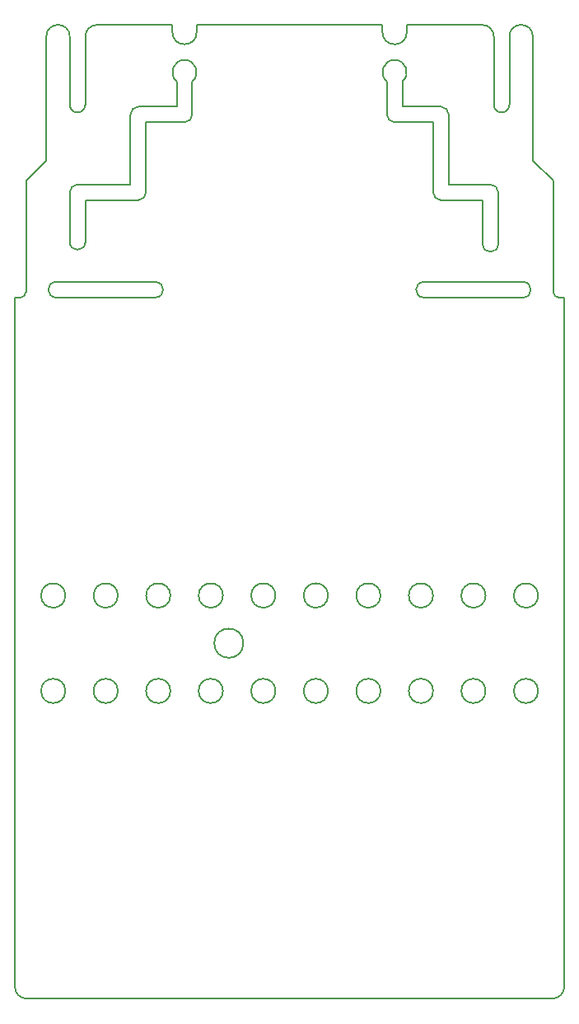
<source format=gbr>
%TF.GenerationSoftware,KiCad,Pcbnew,(5.1.9)-1*%
%TF.CreationDate,2021-05-23T19:58:22+02:00*%
%TF.ProjectId,DifferentialProbe,44696666-6572-4656-9e74-69616c50726f,rev?*%
%TF.SameCoordinates,Original*%
%TF.FileFunction,Profile,NP*%
%FSLAX46Y46*%
G04 Gerber Fmt 4.6, Leading zero omitted, Abs format (unit mm)*
G04 Created by KiCad (PCBNEW (5.1.9)-1) date 2021-05-23 19:58:22*
%MOMM*%
%LPD*%
G01*
G04 APERTURE LIST*
%TA.AperFunction,Profile*%
%ADD10C,0.200000*%
%TD*%
G04 APERTURE END LIST*
D10*
X127260000Y-45880000D02*
X108160000Y-45880000D01*
X137510000Y-45880000D02*
X129760000Y-45880000D01*
X137510000Y-45880000D02*
G75*
G02*
X138710000Y-47080000I0J-1200000D01*
G01*
X140310001Y-47080000D02*
G75*
G02*
X142709999Y-47080000I1199999J0D01*
G01*
X96710000Y-47080000D02*
G75*
G02*
X97910000Y-45880000I1200000J0D01*
G01*
X92710001Y-47080000D02*
G75*
G02*
X95109999Y-47080000I1199999J0D01*
G01*
X90709998Y-145880000D02*
G75*
G02*
X89460000Y-144630000I1J1249999D01*
G01*
X145959999Y-144630001D02*
G75*
G02*
X144710000Y-145880000I-1249999J0D01*
G01*
X143260000Y-114280001D02*
G75*
G03*
X143260000Y-114280001I-1250000J0D01*
G01*
X137860000Y-114280001D02*
G75*
G03*
X137860000Y-114280001I-1250000J0D01*
G01*
X132460000Y-114280001D02*
G75*
G03*
X132460000Y-114280001I-1250000J0D01*
G01*
X127059999Y-114280001D02*
G75*
G03*
X127059999Y-114280001I-1250000J0D01*
G01*
X121659999Y-114280001D02*
G75*
G03*
X121659999Y-114280001I-1250000J0D01*
G01*
X116259999Y-114280001D02*
G75*
G03*
X116259999Y-114280001I-1250000J0D01*
G01*
X110859999Y-114280001D02*
G75*
G03*
X110859999Y-114280001I-1249999J0D01*
G01*
X105460000Y-114280001D02*
G75*
G03*
X105460000Y-114280001I-1250000J0D01*
G01*
X100060000Y-114280001D02*
G75*
G03*
X100060000Y-114280001I-1250000J0D01*
G01*
X94660000Y-114280001D02*
G75*
G03*
X94660000Y-114280001I-1250000J0D01*
G01*
X112959999Y-109380001D02*
G75*
G03*
X112959999Y-109380001I-1499999J0D01*
G01*
X143260000Y-104480000D02*
G75*
G03*
X143260000Y-104480000I-1250000J0D01*
G01*
X137860000Y-104480000D02*
G75*
G03*
X137860000Y-104480000I-1250000J0D01*
G01*
X132460000Y-104480000D02*
G75*
G03*
X132460000Y-104480000I-1250000J0D01*
G01*
X127059999Y-104480000D02*
G75*
G03*
X127059999Y-104480000I-1250000J0D01*
G01*
X121659999Y-104480000D02*
G75*
G03*
X121659999Y-104480000I-1250000J0D01*
G01*
X116259999Y-104480000D02*
G75*
G03*
X116259999Y-104480000I-1250000J0D01*
G01*
X110859999Y-104480000D02*
G75*
G03*
X110859999Y-104480000I-1249999J0D01*
G01*
X105460000Y-104480000D02*
G75*
G03*
X105460000Y-104480000I-1250000J0D01*
G01*
X100060000Y-104480000D02*
G75*
G03*
X100060000Y-104480000I-1250000J0D01*
G01*
X94660000Y-104480000D02*
G75*
G03*
X94660000Y-104480000I-1250000J0D01*
G01*
X131510000Y-72280000D02*
X141710000Y-72280000D01*
X131510000Y-73880000D02*
G75*
G02*
X131510000Y-72280000I0J800000D01*
G01*
X141710000Y-73880000D02*
X131510000Y-73880000D01*
X141710000Y-72280000D02*
G75*
G02*
X141710000Y-73880000I0J-800000D01*
G01*
X103910000Y-72280000D02*
G75*
G02*
X103910000Y-73880000I0J-800000D01*
G01*
X93710000Y-73880000D02*
X103910000Y-73880000D01*
X93710000Y-73880000D02*
G75*
G02*
X93710000Y-72280000I0J800000D01*
G01*
X103910000Y-72280000D02*
X93710000Y-72280000D01*
X96710000Y-68168301D02*
G75*
G02*
X95110000Y-68168301I-800000J0D01*
G01*
X95110000Y-63080000D02*
G75*
G02*
X95910000Y-62280000I800000J0D01*
G01*
X97150128Y-62280000D02*
X95910000Y-62280000D01*
X129760000Y-46630000D02*
X129760000Y-45880000D01*
X129760000Y-45880000D02*
X137510000Y-45880000D01*
X140310000Y-54021899D02*
X140310000Y-47080000D01*
X127260000Y-46630000D02*
X127260000Y-45880000D01*
X140309998Y-54021899D02*
G75*
G02*
X138710000Y-54080001I-798944J-58102D01*
G01*
X142710000Y-59880000D02*
X142709999Y-47080000D01*
X129760000Y-46630000D02*
G75*
G02*
X127260000Y-46630000I-1250000J0D01*
G01*
X138710000Y-47080000D02*
X138710000Y-54080000D01*
X134060000Y-55080000D02*
X134060000Y-62280000D01*
X133259999Y-54280001D02*
G75*
G02*
X134060000Y-55080000I1J-800000D01*
G01*
X129310000Y-54280000D02*
X133260000Y-54280000D01*
X129310000Y-51690469D02*
X129310000Y-54280000D01*
X127710000Y-51690468D02*
G75*
G02*
X129310000Y-51690469I800000J960468D01*
G01*
X127710000Y-54880000D02*
X127710000Y-51690469D01*
X127710000Y-55080000D02*
X127710000Y-54880000D01*
X128510000Y-55880000D02*
G75*
G02*
X127710000Y-55080000I0J800000D01*
G01*
X132460000Y-55880000D02*
X128510000Y-55880000D01*
X132460000Y-63080000D02*
X132460000Y-55880000D01*
X133259999Y-63879999D02*
G75*
G02*
X132460000Y-63080000I0J799999D01*
G01*
X137560000Y-63880000D02*
X133259999Y-63880000D01*
X137560000Y-68380000D02*
X137560000Y-63880000D01*
X139160000Y-68380000D02*
G75*
G02*
X137560000Y-68380000I-800000J0D01*
G01*
X139160000Y-63080000D02*
X139160000Y-68380000D01*
X138359999Y-62280001D02*
G75*
G02*
X139160000Y-63080000I1J-800000D01*
G01*
X134060000Y-62280000D02*
X138360000Y-62280000D01*
X105659999Y-45880000D02*
X97910000Y-45880000D01*
X108160000Y-46630000D02*
G75*
G02*
X105660000Y-46630000I-1250000J0D01*
G01*
X108160000Y-46630000D02*
X108160000Y-45880000D01*
X105659999Y-46630000D02*
X105659999Y-45880000D01*
X107710000Y-54880000D02*
X107710000Y-51690469D01*
X106110000Y-51690468D02*
G75*
G02*
X107710000Y-51690469I800000J960468D01*
G01*
X106109999Y-54280000D02*
X106109999Y-51690469D01*
X107710000Y-55080000D02*
G75*
G02*
X106910000Y-55880000I-800000J0D01*
G01*
X101360000Y-55080000D02*
G75*
G02*
X102160000Y-54280000I800000J0D01*
G01*
X102960000Y-63080000D02*
G75*
G02*
X102160000Y-63880000I-800000J0D01*
G01*
X102160000Y-54280000D02*
X106109999Y-54280000D01*
X101359999Y-62280000D02*
X101359999Y-55080000D01*
X97150128Y-62280000D02*
X101359999Y-62280000D01*
X95110000Y-68168301D02*
X95110000Y-63060857D01*
X96710000Y-63880000D02*
X96710000Y-68242143D01*
X102160000Y-63880000D02*
X96710000Y-63880000D01*
X102960000Y-55880000D02*
X102960000Y-63080000D01*
X106910000Y-55880000D02*
X102960000Y-55880000D01*
X107710000Y-54880000D02*
X107710000Y-55080000D01*
X96710001Y-54080001D02*
G75*
G02*
X95109999Y-54021899I-801056J0D01*
G01*
X95109999Y-54021899D02*
X95109999Y-47080000D01*
X96710000Y-47080000D02*
X96710000Y-54080000D01*
X144810000Y-73269957D02*
X144810000Y-61880000D01*
X144810000Y-73269957D02*
X144810000Y-73305186D01*
X145960000Y-73880000D02*
X145360000Y-73880001D01*
X144810000Y-61880000D02*
X142710000Y-59880000D01*
X142710000Y-59880000D02*
X142709999Y-47080000D01*
X145385000Y-73880001D02*
G75*
G02*
X144810000Y-73305186I0J575000D01*
G01*
X90610000Y-73269957D02*
X90610000Y-73305186D01*
X90610000Y-73305187D02*
G75*
G02*
X90034999Y-73880001I-575000J186D01*
G01*
X90609999Y-61880000D02*
X92710000Y-59880000D01*
X92710000Y-59880000D02*
X92710000Y-47080000D01*
X90610000Y-73269957D02*
X90609999Y-61880000D01*
X89460000Y-73880000D02*
X90059999Y-73880001D01*
X89460000Y-73880000D02*
X89460000Y-144630001D01*
X145960000Y-144630001D02*
X145960000Y-73880000D01*
X90709999Y-145880000D02*
X144710000Y-145880000D01*
M02*

</source>
